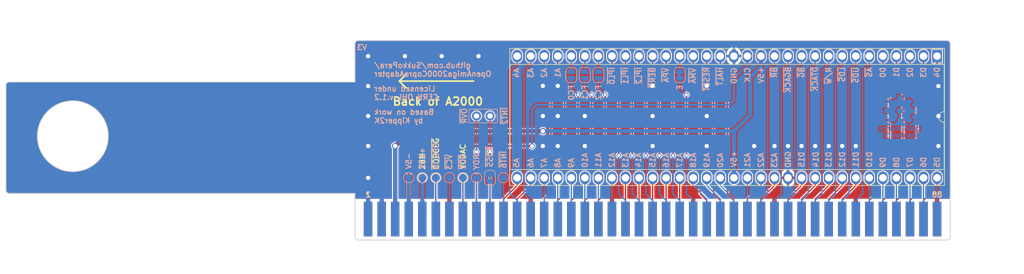
<source format=kicad_pcb>
(kicad_pcb (version 20241229) (generator "pcbnew") (generator_version "9.0")
  (title_block (title "OpenAmiga2000CoproAdapter") (date "2019-03-21") (rev "3") (company "SukkoPera") (comment 1 "Based on work by Kipper2K") (comment 2 "Licensed under CERN OHL v.1.2"))
  (layers (0 "F.Cu" signal) (2 "B.Cu" signal) (5 "F.SilkS" user) (7 "B.SilkS" user) (1 "F.Mask" user) (3 "B.Mask" user) (25 "Edge.Cuts" user))
  (net 0 "")
  (net 1 "GND")
  (net 2 "+5V")
  (net 3 "/v7m")
  (net 4 "Net-(CN1-Pad17)")
  (net 5 "Net-(CN1-Pad19)")
  (net 6 "/a5")
  (net 7 "/a6")
  (net 8 "/a4")
  (net 9 "/a3")
  (net 10 "/a2")
  (net 11 "/a7")
  (net 12 "/a1")
  (net 13 "/a8")
  (net 14 "/fc0")
  (net 15 "/a9")
  (net 16 "/fc1")
  (net 17 "/a10")
  (net 18 "/fc2")
  (net 19 "/a11")
  (net 20 "/a12")
  (net 21 "/a13")
  (net 22 "/~{ipl0}")
  (net 23 "/a14")
  (net 24 "/~{ipl1}")
  (net 25 "/a15")
  (net 26 "/~{ipl2}")
  (net 27 "/a16")
  (net 28 "/~{berr}")
  (net 29 "/a17")
  (net 30 "/~{vpa}")
  (net 31 "/e")
  (net 32 "/~{vma}")
  (net 33 "/a18")
  (net 34 "/~{rst}")
  (net 35 "/a19")
  (net 36 "/~{hlt}")
  (net 37 "/a20")
  (net 38 "/a22")
  (net 39 "/a21")
  (net 40 "/a23")
  (net 41 "/~{cbr}")
  (net 42 "/~{bgack}")
  (net 43 "/d15")
  (net 44 "/~{cbg}")
  (net 45 "/d14")
  (net 46 "/~{dtack}")
  (net 47 "/d13")
  (net 48 "/r_~{w}")
  (net 49 "/d12")
  (net 50 "/~{lds}")
  (net 51 "/d11")
  (net 52 "/~{uds}")
  (net 53 "/~{as}")
  (net 54 "/d0")
  (net 55 "/d10")
  (net 56 "/d1")
  (net 57 "/d9")
  (net 58 "/d2")
  (net 59 "/d8")
  (net 60 "/d3")
  (net 61 "/d7")
  (net 62 "/d4")
  (net 63 "/d6")
  (net 64 "/d5")
  (net 65 "Net-(P2-Pad2)")
  (net 66 "Net-(P3-Pad2)")
  (net 67 "Net-(P4-Pad2)")
  (net 68 "-5V")
  (net 69 "Net-(CN1-Pad9)")
  (net 70 "+12V")
  (net 71 "Net-(CN1-Pad11)")
  (net 72 "Net-(CN1-Pad12)")
  (net 73 "Net-(CN1-Pad14)")
  (net 74 "Net-(CN1-Pad15)")
  (net 75 "Net-(CN1-Pad16)")
  (net 76 "Net-(CN1-Pad18)")
  (net 77 "Net-(CN1-Pad20)")
  (net 78 "Net-(CN1-Pad22)")
  (net 79 "Net-(P1-Pad2)")
  (footprint "OpenAmiga2000CoproAdapter:A2000_COPRO_SLOT" (layer "F.Cu") (at 113.538 147.828)
    (property "Reference" "CN1" (hide yes))
    (property "Value" "A2000_COPRO_SLOT")
  )
  (footprint "OpenAmiga2000CoproAdapter:DIP-64_W22.86mm_Socket_LongPads" (layer "F.Cu") (at 199.898 112.141 -90)
    (property "Reference" "U1" (hide yes))
    (property "Value" "68000D")
  )
  (footprint "TestPoint:TestPoint_Pad_D1.5mm" (layer "F.Cu") (at 110.998 135.001)
    (property "Reference" "P9" (hide yes))
    (property "Value" "CONN_1")
  )
  (footprint "TestPoint:TestPoint_Pad_D1.5mm" (layer "F.Cu") (at 105.918 135.001)
    (property "Reference" "P8" (hide yes))
    (property "Value" "CONN_1")
  )
  (footprint "TestPoint:TestPoint_Pad_D1.5mm" (layer "F.Cu") (at 103.378 135.001)
    (property "Reference" "P7" (hide yes))
    (property "Value" "CONN_1")
  )
  (footprint "Jumper:SolderJumper-2_P1.3mm_Open_RoundedPad1.0x1.5mm" (layer "B.Cu") (at 136.398 115.697 90)
    (property "Reference" "P2" (hide yes))
    (property "Value" "CONN_2")
  )
  (footprint "Jumper:SolderJumper-2_P1.3mm_Open_RoundedPad1.0x1.5mm" (layer "B.Cu") (at 133.858 115.697 90)
    (property "Reference" "P3" (hide yes))
    (property "Value" "CONN_2")
  )
  (footprint "Jumper:SolderJumper-2_P1.3mm_Open_RoundedPad1.0x1.5mm" (layer "B.Cu") (at 131.318 115.697 90)
    (property "Reference" "P4" (hide yes))
    (property "Value" "CONN_2")
  )
  (footprint "Symbol:OSHW-Logo_7.5x8mm_Copper" (layer "B.Cu") (at 192.913 123.444 180)
    (property "Reference" "P6" (hide yes))
    (property "Value" "OSHW_LOGO" (hide yes))
  )
  (footprint "TestPoint:TestPoint_Pad_D1.5mm" (layer "B.Cu") (at 105.918 135.001)
    (property "Reference" "P10" (hide yes))
    (property "Value" "CONN_1")
  )
  (footprint "TestPoint:TestPoint_Pad_D1.5mm" (layer "B.Cu") (at 108.458 135.001)
    (property "Reference" "P11" (hide yes))
    (property "Value" "CONN_1")
  )
  (footprint "TestPoint:TestPoint_Pad_D1.5mm" (layer "B.Cu") (at 110.998 135.001)
    (property "Reference" "P12" (hide yes))
    (property "Value" "CONN_1")
  )
  (footprint "TestPoint:TestPoint_Pad_D1.5mm" (layer "B.Cu") (at 118.618 135.001)
    (property "Reference" "P14" (hide yes))
    (property "Value" "CONN_1")
  )
  (footprint "TestPoint:TestPoint_Pad_D1.5mm" (layer "B.Cu") (at 113.538 135.001)
    (property "Reference" "P13" (hide yes))
    (property "Value" "CONN_1")
  )
  (footprint "OpenAmiga2000CoproAdapter:PinHeader_1x02_P2.54mm_Vertical" (layer "B.Cu") (at 116.078 123.3805 90)
    (property "Reference" "P5" (hide yes))
    (property "Value" "CONN_2")
  )
  (footprint "TestPoint:TestPoint_Pad_D1.5mm" (layer "B.Cu") (at 100.843001 134.995999)
    (property "Reference" "P15" (hide yes))
    (property "Value" "CONN_1")
  )
  (footprint "TestPoint:TestPoint_Pad_D1.5mm" (layer "B.Cu") (at 103.393001 134.995999)
    (property "Reference" "P16" (hide yes))
    (property "Value" "CONN_1")
  )
  (footprint "Jumper:SolderJumper-2_P1.3mm_Bridged_RoundedPad1.0x1.5mm" (layer "B.Cu") (at 151.6507 115.697 90)
    (property "Reference" "P1" (hide yes))
    (property "Value" "CONN_2" (hide yes))
  )
  (footprint "Jumper:SolderJumper-2_P1.3mm_Open_RoundedPad1.0x1.5mm" (layer "B.Cu") (at 116.0653 134.986 90)
    (property "Reference" "P17" (hide yes))
    (property "Value" "CONN_2" (hide yes))
  )
  (gr_rect (start 25.7415 117.435) (end 91.2415 137.435) (stroke (width 0.3)) (fill no) (layer "F.Cu"))
  (gr_line (start 113.03 116.84) (end 99.06 116.84) (stroke (width 0.3)) (layer "F.SilkS"))
  (gr_line (start 99.06 116.84) (end 100.33 118.11) (stroke (width 0.3)) (layer "F.SilkS"))
  (gr_line (start 99.06 116.84) (end 100.33 115.57) (stroke (width 0.3)) (layer "F.SilkS"))
  (gr_line (start 90.7415 137.935) (end 90.7415 146.05) (stroke (width 0.15)) (layer "Edge.Cuts"))
  (gr_arc (start 25.305513 117.634013) (mid 25.4915 117.185) (end 25.940513 116.999013) (stroke (width 0.15)) (layer "Edge.Cuts"))
  (gr_line (start 202.3745 146.05) (end 202.3745 109.855) (stroke (width 0.15)) (layer "Edge.Cuts"))
  (gr_line (start 25.940513 116.999014) (end 90.7415 116.999014) (stroke (width 0.15)) (layer "Edge.Cuts"))
  (gr_arc (start 202.3745 146.05) (mid 202.188513 146.499013) (end 201.7395 146.685) (stroke (width 0.15)) (layer "Edge.Cuts"))
  (gr_line (start 90.7415 109.855) (end 90.7415 116.999014) (stroke (width 0.15)) (layer "Edge.Cuts"))
  (gr_line (start 25.9915 137.935) (end 90.7415 137.935) (stroke (width 0.15)) (layer "Edge.Cuts"))
  (gr_arc (start 201.7395 109.22) (mid 202.188513 109.405987) (end 202.3745 109.855) (stroke (width 0.15)) (layer "Edge.Cuts"))
  (gr_arc (start 25.940513 137.935) (mid 25.4915 137.749013) (end 25.305513 137.3) (stroke (width 0.15)) (layer "Edge.Cuts"))
  (gr_arc (start 31.2215 127.185) (mid 44.4915 127.185) (end 31.2215 127.185) (stroke (width 0.15)) (layer "Edge.Cuts"))
  (gr_line (start 91.3765 146.685) (end 201.7395 146.685) (stroke (width 0.15)) (layer "Edge.Cuts"))
  (gr_line (start 201.7395 109.22) (end 91.3765 109.22) (stroke (width 0.15)) (layer "Edge.Cuts"))
  (gr_arc (start 90.7415 109.855) (mid 90.927487 109.405987) (end 91.3765 109.22) (stroke (width 0.15)) (layer "Edge.Cuts"))
  (gr_arc (start 91.3765 146.685) (mid 90.927487 146.499013) (end 90.7415 146.05) (stroke (width 0.15)) (layer "Edge.Cuts"))
  (gr_line (start 25.305514 117.634013) (end 25.3055 137.3) (stroke (width 0.15)) (layer "Edge.Cuts"))
  (gr_text "28M" (at 103.378 131.8895 90) (layer "F.SilkS") (effects (font (size 1 1) (thickness 0.2))))
  (gr_text "~{COPCFG}" (at 105.9815 130.4925 90) (layer "F.SilkS") (effects (font (size 1 1) (thickness 0.2))))
  (gr_text "VCDAC" (at 110.998 131.0005 90) (layer "F.SilkS") (effects (font (size 1 1) (thickness 0.2))))
  (gr_text "Back of A2000" (at 106.299 120.65 0) (layer "F.SilkS") (effects (font (size 1.5 1.5) (thickness 0.3))))
  (gr_text "A3" (at 123.698 115.316 90) (layer "B.SilkS") (effects (font (size 1 1) (thickness 0.2)) (justify mirror)))
  (gr_text "A2" (at 126.238 115.316 90) (layer "B.SilkS") (effects (font (size 1 1) (thickness 0.2)) (justify mirror)))
  (gr_text "A1" (at 128.778 115.316 90) (layer "B.SilkS") (effects (font (size 1 1) (thickness 0.2)) (justify mirror)))
  (gr_text "FC0" (at 131.318 118.999 90) (layer "B.SilkS") (effects (font (size 1 1) (thickness 0.2)) (justify mirror)))
  (gr_text "FC1" (at 133.858 118.999 90) (layer "B.SilkS") (effects (font (size 1 1) (thickness 0.2)) (justify mirror)))
  (gr_text "FC2" (at 136.398 118.999 90) (layer "B.SilkS") (effects (font (size 1 1) (thickness 0.2)) (justify mirror)))
  (gr_text "~{IPL0}" (at 138.938 115.824 90) (layer "B.SilkS") (effects (font (size 1 1) (thickness 0.2)) (justify mirror)))
  (gr_text "~{IPL1}" (at 141.478 115.824 90) (layer "B.SilkS") (effects (font (size 1 1) (thickness 0.2)) (justify mirror)))
  (gr_text "~{IPL2}" (at 144.018 115.824 90) (layer "B.SilkS") (effects (font (size 1 1) (thickness 0.2)) (justify mirror)))
  (gr_text "~{BERR}" (at 146.558 116.205 90) (layer "B.SilkS") (effects (font (size 1 1) (thickness 0.2)) (justify mirror)))
  (gr_text "~{VPA}" (at 149.098 115.697 90) (layer "B.SilkS") (effects (font (size 1 1) (thickness 0.2)) (justify mirror)))
  (gr_text "E" (at 151.6253 118.0592 90) (layer "B.SilkS") (effects (font (size 1 1) (thickness 0.2)) (justify mirror)))
  (gr_text "~{VMA}" (at 154.178 115.824 90) (layer "B.SilkS") (effects (font (size 1 1) (thickness 0.2)) (justify mirror)))
  (gr_text "~{RESET}" (at 156.718 116.459 90) (layer "B.SilkS") (effects (font (size 1 1) (thickness 0.2)) (justify mirror)))
  (gr_text "~{HALT}" (at 159.258 115.951 90) (layer "B.SilkS") (effects (font (size 1 1) (thickness 0.2)) (justify mirror)))
  (gr_text "GND" (at 161.798 115.824 90) (layer "B.SilkS") (effects (font (size 1 1) (thickness 0.2)) (justify mirror)))
  (gr_text "CLK" (at 164.338 115.697 90) (layer "B.SilkS") (effects (font (size 1 1) (thickness 0.2)) (justify mirror)))
  (gr_text "+5V" (at 166.878 115.697 90) (layer "B.SilkS") (effects (font (size 1 1) (thickness 0.2)) (justify mirror)))
  (gr_text "~{BR}" (at 169.418 115.189 90) (layer "B.SilkS") (effects (font (size 1 1) (thickness 0.2)) (justify mirror)))
  (gr_text "~{BGACK}" (at 171.958 116.586 90) (layer "B.SilkS") (effects (font (size 1 1) (thickness 0.2)) (justify mirror)))
  (gr_text "~{BG}" (at 174.498 115.189 90) (layer "B.SilkS") (effects (font (size 1 1) (thickness 0.2)) (justify mirror)))
  (gr_text "~{DTACK}" (at 177.038 116.459 90) (layer "B.SilkS") (effects (font (size 1 1) (thickness 0.2)) (justify mirror)))
  (gr_text "R/~{W}" (at 179.578 115.824 90) (layer "B.SilkS") (effects (font (size 1 1) (thickness 0.2)) (justify mirror)))
  (gr_text "~{LDS}" (at 182.118 115.57 90) (layer "B.SilkS") (effects (font (size 1 1) (thickness 0.2)) (justify mirror)))
  (gr_text "~{UDS}" (at 184.658 115.697 90) (layer "B.SilkS") (effects (font (size 1 1) (thickness 0.2)) (justify mirror)))
  (gr_text "~{AS}" (at 187.198 115.189 90) (layer "B.SilkS") (effects (font (size 1 1) (thickness 0.2)) (justify mirror)))
  (gr_text "D0" (at 189.738 115.189 90) (layer "B.SilkS") (effects (font (size 1 1) (thickness 0.2)) (justify mirror)))
  (gr_text "D1" (at 192.278 115.189 90) (layer "B.SilkS") (effects (font (size 1 1) (thickness 0.2)) (justify mirror)))
  (gr_text "D2" (at 194.818 115.189 90) (layer "B.SilkS") (effects (font (size 1 1) (thickness 0.2)) (justify mirror)))
  (gr_text "D3" (at 197.358 115.189 90) (layer "B.SilkS") (effects (font (size 1 1) (thickness 0.2)) (justify mirror)))
  (gr_text "D4" (at 199.898 115.189 90) (layer "B.SilkS") (effects (font (size 1 1) (thickness 0.2)) (justify mirror)))
  (gr_text "D13" (at 179.578 131.572 90) (layer "B.SilkS") (effects (font (size 1 1) (thickness 0.2)) (justify mirror)))
  (gr_text "D7" (at 194.818 132.08 90) (layer "B.SilkS") (effects (font (size 1 1) (thickness 0.2)) (justify mirror)))
  (gr_text "D5" (at 199.898 132.08 90) (layer "B.SilkS") (effects (font (size 1 1) (thickness 0.2)) (justify mirror)))
  (gr_text "D9" (at 189.738 132.08 90) (layer "B.SilkS") (effects (font (size 1 1) (thickness 0.2)) (justify mirror)))
  (gr_text "A23" (at 169.418 131.699 90) (layer "B.SilkS") (effects (font (size 1 1) (thickness 0.2)) (justify mirror)))
  (gr_text "D14" (at 177.165 131.572 90) (layer "B.SilkS") (effects (font (size 1 1) (thickness 0.2)) (justify mirror)))
  (gr_text "A22" (at 166.878 131.699 90) (layer "B.SilkS") (effects (font (size 1 1) (thickness 0.2)) (justify mirror)))
  (gr_text "A14" (at 143.891 131.699 90) (layer "B.SilkS") (effects (font (size 1 1) (thickness 0.2)) (justify mirror)))
  (gr_text "GND" (at 171.958 131.572 90) (layer "B.SilkS") (effects (font (size 1 1) (thickness 0.2)) (justify mirror)))
  (gr_text "A17" (at 151.638 131.699 90) (layer "B.SilkS") (effects (font (size 1 1) (thickness 0.2)) (justify mirror)))
  (gr_text "A15" (at 146.558 131.699 90) (layer "B.SilkS") (effects (font (size 1 1) (thickness 0.2)) (justify mirror)))
  (gr_text "D12" (at 182.118 131.572 90) (layer "B.SilkS") (effects (font (size 1 1) (thickness 0.2)) (justify mirror)))
  (gr_text "D8" (at 192.278 132.08 90) (layer "B.SilkS") (effects (font (size 1 1) (thickness 0.2)) (justify mirror)))
  (gr_text "D6" (at 197.358 132.08 90) (layer "B.SilkS") (effects (font (size 1 1) (thickness 0.2)) (justify mirror)))
  (gr_text "A18" (at 154.178 131.699 90) (layer "B.SilkS") (effects (font (size 1 1) (thickness 0.2)) (justify mirror)))
  (gr_text "A19" (at 156.718 131.699 90) (layer "B.SilkS") (effects (font (size 1 1) (thickness 0.2)) (justify mirror)))
  (gr_text "D15" (at 174.498 131.572 90) (layer "B.SilkS") (effects (font (size 1 1) (thickness 0.2)) (justify mirror)))
  (gr_text "A5" (at 121.031 132.207 90) (layer "B.SilkS") (effects (font (size 1 1) (thickness 0.2)) (justify mirror)))
  (gr_text "A8" (at 128.778 132.207 90) (layer "B.SilkS") (effects (font (size 1 1) (thickness 0.2)) (justify mirror)))
  (gr_text "A6" (at 123.698 132.207 90) (layer "B.SilkS") (effects (font (size 1 1) (thickness 0.2)) (justify mirror)))
  (gr_text "A7" (at 126.238 132.207 90) (layer "B.SilkS") (effects (font (size 1 1) (thickness 0.2)) (justify mirror)))
  (gr_text "D10" (at 187.198 131.572 90) (layer "B.SilkS") (effects (font (size 1 1) (thickness 0.2)) (justify mirror)))
  (gr_text "A21" (at 164.338 131.699 90) (layer "B.SilkS") (effects (font (size 1 1) (thickness 0.2)) (justify mirror)))
  (gr_text "A13" (at 141.478 131.699 90) (layer "B.SilkS") (effects (font (size 1 1) (thickness 0.2)) (justify mirror)))
  (gr_text "+5V" (at 161.798 131.445 90) (layer "B.SilkS") (effects (font (size 1 1) (thickness 0.2)) (justify mirror)))
  (gr_text "D11" (at 184.658 131.572 90) (layer "B.SilkS") (effects (font (size 1 1) (thickness 0.2)) (justify mirror)))
  (gr_text "A16" (at 149.098 131.699 90) (layer "B.SilkS") (effects (font (size 1 1) (thickness 0.2)) (justify mirror)))
  (gr_text "A20" (at 159.258 131.699 90) (layer "B.SilkS") (effects (font (size 1 1) (thickness 0.2)) (justify mirror)))
  (gr_text "A12" (at 138.938 131.699 90) (layer "B.SilkS") (effects (font (size 1 1) (thickness 0.2)) (justify mirror)))
  (gr_text "A11" (at 136.398 131.699 90) (layer "B.SilkS") (effects (font (size 1 1) (thickness 0.2)) (justify mirror)))
  (gr_text "A10" (at 133.858 131.699 90) (layer "B.SilkS") (effects (font (size 1 1) (thickness 0.2)) (justify mirror)))
  (gr_text "A9" (at 131.318 132.207 90) (layer "B.SilkS") (effects (font (size 1 1) (thickness 0.2)) (justify mirror)))
  (gr_text "~{INT6}" (at 118.618 131.572 90) (layer "B.SilkS") (effects (font (size 1 1) (thickness 0.2)) (justify mirror)))
  (gr_text "XRDY" (at 113.538 131.572 90) (layer "B.SilkS") (effects (font (size 1 1) (thickness 0.2)) (justify mirror)))
  (gr_text "~{VC1}" (at 110.998 132.0165 90) (layer "B.SilkS") (effects (font (size 1 1) (thickness 0.2)) (justify mirror)))
  (gr_text "~{VC3}" (at 108.458 132.0165 90) (layer "B.SilkS") (effects (font (size 1 1) (thickness 0.2)) (justify mirror)))
  (gr_text "~{CFG_IN}" (at 105.9815 130.937 90) (layer "B.SilkS") (effects (font (size 1 1) (thickness 0.2)) (justify mirror)))
  (gr_text "+12V" (at 103.378 131.318 90) (layer "B.SilkS") (effects (font (size 1 1) (thickness 0.2)) (justify mirror)))
  (gr_text "-5V" (at 100.838 131.826 90) (layer "B.SilkS") (effects (font (size 1 1) (thickness 0.2)) (justify mirror)))
  (gr_text "~{BOSS}" (at 116.078 131.0386 90) (layer "B.SilkS") (effects (font (size 1 1) (thickness 0.2)) (justify mirror)))
  (gr_text "github.com/SukkoPera/\nOpenAmiga2000CoproAdapter" (at 94.234 114.681 0) (layer "B.SilkS") (effects (font (size 1 1) (thickness 0.2)) (justify right mirror)))
  (gr_text "Licensed under\nCERN OHL v.1.2" (at 94.234 119.0625 0) (layer "B.SilkS") (effects (font (size 1 1) (thickness 0.2)) (justify right mirror)))
  (gr_text "Based on work\nby Kipper2K" (at 94.234 123.444 0) (layer "B.SilkS") (effects (font (size 1 1) (thickness 0.2)) (justify right mirror)))
  (gr_text "~{OVR}" (at 111.252 123.3805 90) (layer "B.SilkS") (effects (font (size 1 1) (thickness 0.2)) (justify mirror)))
  (gr_text "V3" (at 92.075 110.49 0) (layer "B.SilkS") (effects (font (size 1 1) (thickness 0.2)) (justify mirror)))
  (gr_text "A4" (at 121.031 115.316 90) (layer "B.SilkS") (effects (font (size 1 1) (thickness 0.2)) (justify mirror)))
  (gr_text "~{INT2}" (at 118.872 123.3805 90) (layer "B.SilkS") (effects (font (size 1 1) (thickness 0.2)) (justify mirror)))
  (segment (start 199.898 138.698) (end 199.898 138.176) (width 0.8) (layer "F.Cu") (net 1))
  (segment (start 123.698 142.748) (end 123.698 138.176) (width 0.8) (layer "F.Cu") (net 1))
  (segment (start 199.898 142.748) (end 199.898 138.176) (width 0.8) (layer "F.Cu") (net 1))
  (segment (start 169.418 142.748) (end 169.418 138.176) (width 0.8) (layer "F.Cu") (net 1))
  (segment (start 154.178 142.748) (end 154.178 138.176) (width 0.8) (layer "F.Cu") (net 1))
  (segment (start 95.504 137.16) (end 93.726 137.16) (width 0.8) (layer "F.Cu") (net 1))
  (segment (start 184.658 138.698) (end 184.658 138.176) (width 0.8) (layer "F.Cu") (net 1))
  (segment (start 93.218 142.748) (end 93.218 138.698) (width 0.8) (layer "F.Cu") (net 1))
  (segment (start 138.938 142.748) (end 138.938 138.176) (width 0.8) (layer "F.Cu") (net 1))
  (segment (start 95.758 137.414) (end 95.504 137.16) (width 0.8) (layer "F.Cu") (net 1))
  (segment (start 184.658 142.748) (end 184.658 138.176) (width 0.8) (layer "F.Cu") (net 1))
  (segment (start 93.218 137.668) (end 93.726 137.16) (width 0.8) (layer "F.Cu") (net 1))
  (segment (start 123.698 138.698) (end 123.698 138.176) (width 0.8) (layer "F.Cu") (net 1))
  (segment (start 93.218 138.698) (end 93.218 137.668) (width 0.8) (layer "F.Cu") (net 1))
  (segment (start 95.758 142.748) (end 95.758 137.414) (width 0.8) (layer "F.Cu") (net 1))
  (segment (start 169.418 138.698) (end 169.418 138.176) (width 0.8) (layer "F.Cu") (net 1))
  (segment (start 108.458 142.748) (end 108.458 138.176) (width 0.8) (layer "F.Cu") (net 1))
  (via (at 93.218 117.771333) (size 1.2) (drill 0.8) (layers "F.Cu" "B.Cu") (net 1))
  (via (at 93.218 129.032) (size 1.2) (drill 0.8) (layers "F.Cu" "B.Cu") (net 1))
  (via (at 93.218 123.401666) (size 1.2) (drill 0.8) (layers "F.Cu" "B.Cu") (net 1))
  (via (at 182.118 129.032) (size 1.2) (drill 0.8) (layers "F.Cu" "B.Cu") (net 1))
  (via (at 179.578 129.032) (size 1.2) (drill 0.8) (layers "F.Cu" "B.Cu") (net 1))
  (via (at 177.038 129.032) (size 1.2) (drill 0.8) (layers "F.Cu" "B.Cu") (net 1))
  (via (at 174.498 129.032) (size 1.2) (drill 0.8) (layers "F.Cu" "B.Cu") (net 1))
  (via (at 171.958 129.032) (size 1.2) (drill 0.8) (layers "F.Cu" "B.Cu") (net 1))
  (via (at 169.418 129.032) (size 1.2) (drill 0.8) (layers "F.Cu" "B.Cu") (net 1))
  (via (at 165.608 129.032) (size 1.2) (drill 0.8) (layers "F.Cu" "B.Cu") (net 1))
  (via (at 156.718 129.032) (size 1.2) (drill 0.8) (layers "F.Cu" "B.Cu") (net 1))
  (via (at 146.558 129.032) (size 1.2) (drill 0.8) (layers "F.Cu" "B.Cu") (net 1))
  (via (at 133.858 129.032) (size 1.2) (drill 0.8) (layers "F.Cu" "B.Cu") (net 1))
  (via (at 128.778 129.032) (size 1.2) (drill 0.8) (layers "F.Cu" "B.Cu") (net 1))
  (via (at 125.984 129.032) (size 1.2) (drill 0.8) (layers "F.Cu" "B.Cu") (net 1))
  (via (at 113.919 112.141) (size 1.2) (drill 0.8) (layers "F.Cu" "B.Cu") (net 1))
  (via (at 107.018666 112.141) (size 1.2) (drill 0.8) (layers "F.Cu" "B.Cu") (net 1))
  (via (at 100.118333 112.141) (size 1.2) (drill 0.8) (layers "F.Cu" "B.Cu") (net 1))
  (via (at 93.218 112.141) (size 1.2) (drill 0.8) (layers "F.Cu" "B.Cu") (net 1))
  (via (at 156.718 123.401666) (size 1.2) (drill 0.8) (layers "F.Cu" "B.Cu") (net 1))
  (via (at 125.984 123.401666) (size 1.2) (drill 0.8) (layers "F.Cu" "B.Cu") (net 1))
  (via (at 133.858 123.401666) (size 1.2) (drill 0.8) (layers "F.Cu" "B.Cu") (net 1))
  (via (at 146.558 123.401666) (size 1.2) (drill 0.8) (layers "F.Cu" "B.Cu") (net 1))
  (via (at 128.778 123.401666) (size 1.2) (drill 0.8) (layers "F.Cu" "B.Cu") (net 1))
  (via (at 156.718 117.729) (size 1.2) (drill 0.8) (layers "F.Cu" "B.Cu") (net 1))
  (via (at 125.984 117.729) (size 1.2) (drill 0.8) (layers "F.Cu" "B.Cu") (net 1))
  (via (at 146.558 117.729) (size 1.2) (drill 0.8) (layers "F.Cu" "B.Cu") (net 1))
  (via (at 128.778 117.729) (size 1.2) (drill 0.8) (layers "F.Cu" "B.Cu") (net 1))
  (via (at 93.218 135.001) (size 1.2) (drill 0.8) (layers "F.Cu" "B.Cu") (net 1))
  (via (at 200.152 117.771333) (size 1.2) (drill 0.8) (layers "F.Cu" "B.Cu") (net 1))
  (via (at 200.152 123.401666) (size 1.2) (drill 0.8) (layers "F.Cu" "B.Cu") (net 1))
  (via (at 200.152 129.032) (size 1.2) (drill 0.8) (layers "F.Cu" "B.Cu") (net 1))
  (via (at 184.658 129.032) (size 1.2) (drill 0.8) (layers "F.Cu" "B.Cu") (net 1))
  (segment (start 95.758 142.748) (end 95.758 137.668) (width 0.8) (layer "B.Cu") (net 1))
  (segment (start 95.758 137.668) (end 95.25 137.16) (width 0.8) (layer "B.Cu") (net 1))
  (segment (start 93.218 142.748) (end 93.218 137.922) (width 0.8) (layer "B.Cu") (net 1))
  (segment (start 95.25 137.16) (end 93.98 137.16) (width 0.8) (layer "B.Cu") (net 1))
  (segment (start 93.218 137.922) (end 93.98 137.16) (width 0.8) (layer "B.Cu") (net 1))
  (segment (start 98.298 129.794) (end 98.298 129.032) (width 0.8) (layer "F.Cu") (net 2))
  (segment (start 101.092 126.238) (end 98.298 129.032) (width 0.8) (layer "F.Cu") (net 2))
  (segment (start 101.092 126.238) (end 125.984 126.238) (width 0.8) (layer "F.Cu") (net 2))
  (segment (start 98.298 142.748) (end 98.298 129.794) (width 0.8) (layer "F.Cu") (net 2))
  (via (at 98.298 129.032) (size 1.2) (drill 0.8) (layers "F.Cu" "B.Cu") (net 2))
  (via (at 125.984 126.238) (size 1.2) (drill 0.8) (layers "F.Cu" "B.Cu") (net 2))
  (segment (start 161.798 135.001) (end 161.798 127) (width 0.8) (layer "B.Cu") (net 2))
  (segment (start 125.984 126.238) (end 161.798 126.238) (width 0.8) (layer "B.Cu") (net 2))
  (segment (start 166.878 114.141) (end 166.878 112.141) (width 0.8) (layer "B.Cu") (net 2))
  (segment (start 164.846 123.19) (end 164.846 116.173) (width 0.8) (layer "B.Cu") (net 2))
  (segment (start 161.798 126.238) (end 164.846 123.19) (width 0.8) (layer "B.Cu") (net 2))
  (segment (start 164.846 116.173) (end 166.878 114.141) (width 0.8) (layer "B.Cu") (net 2))
  (segment (start 98.298 142.748) (end 98.298 129.794) (width 0.8) (layer "B.Cu") (net 2))
  (segment (start 161.798 127) (end 161.798 126.238) (width 0.8) (layer "B.Cu") (net 2))
  (segment (start 98.298 129.794) (end 98.298 129.032) (width 0.8) (layer "B.Cu") (net 2))
  (segment (start 101.854 129.032) (end 123.952 129.032) (width 0.5) (layer "F.Cu") (net 3))
  (segment (start 100.838 130.048) (end 101.854 129.032) (width 0.5) (layer "F.Cu") (net 3))
  (segment (start 100.838 142.748) (end 100.838 130.048) (width 0.5) (layer "F.Cu") (net 3))
  (via (at 123.952 129.032) (size 1) (drill 0.7) (layers "F.Cu" "B.Cu") (net 3))
  (segment (start 161.798 116.381) (end 164.338 113.841) (width 0.5) (layer "B.Cu") (net 3))
  (segment (start 160.909 121.285) (end 161.798 120.396) (width 0.5) (layer "B.Cu") (net 3))
  (segment (start 161.798 120.396) (end 161.798 116.381) (width 0.5) (layer "B.Cu") (net 3))
  (segment (start 123.952 125.73) (end 123.952 125.984) (width 0.5) (layer "B.Cu") (net 3))
  (segment (start 123.952 125.984) (end 123.952 129.032) (width 0.5) (layer "B.Cu") (net 3))
  (segment (start 123.952 122.174) (end 124.841 121.285) (width 0.5) (layer "B.Cu") (net 3))
  (segment (start 164.338 113.841) (end 164.338 112.141) (width 0.5) (layer "B.Cu") (net 3))
  (segment (start 124.841 121.285) (end 160.909 121.285) (width 0.5) (layer "B.Cu") (net 3))
  (segment (start 123.952 125.984) (end 123.952 122.174) (width 0.5) (layer "B.Cu") (net 3))
  (segment (start 113.538 142.748) (end 113.538 132.0165) (width 0.25) (layer "F.Cu") (net 4))
  (segment (start 113.538 132.0165) (end 113.538 130.1115) (width 0.25) (layer "F.Cu") (net 4))
  (via (at 113.538 130.1115) (size 0.8) (drill 0.5) (layers "F.Cu" "B.Cu") (net 4))
  (segment (start 113.538 130.1115) (end 113.538 123.3805) (width 0.25) (layer "B.Cu") (net 4))
  (segment (start 116.078 132.0165) (end 116.078 130.1115) (width 0.25) (layer "F.Cu") (net 5))
  (segment (start 116.078 142.748) (end 116.078 132.0165) (width 0.25) (layer "F.Cu") (net 5))
  (via (at 116.078 130.1115) (size 0.8) (drill 0.5) (layers "F.Cu" "B.Cu") (net 5))
  (segment (start 116.078 123.3805) (end 116.078 130.1115) (width 0.25) (layer "B.Cu") (net 5))
  (segment (start 118.618 138.991) (end 118.618 139.248) (width 0.25) (layer "F.Cu") (net 6))
  (segment (start 121.158 136.451) (end 118.618 138.991) (width 0.25) (layer "F.Cu") (net 6))
  (segment (start 121.158 135.001) (end 121.158 136.451) (width 0.25) (layer "F.Cu") (net 6))
  (segment (start 118.618 139.248) (end 118.618 142.748) (width 0.25) (layer "F.Cu") (net 6))
  (segment (start 123.698 136.451) (end 121.158 138.991) (width 0.25) (layer "F.Cu") (net 7))
  (segment (start 123.698 135.001) (end 123.698 136.451) (width 0.25) (layer "F.Cu") (net 7))
  (segment (start 121.158 138.991) (end 121.158 139.248) (width 0.25) (layer "F.Cu") (net 7))
  (segment (start 121.158 139.248) (end 121.158 142.748) (width 0.25) (layer "F.Cu") (net 7))
  (segment (start 121.158 112.141) (end 121.158 113.591) (width 0.25) (layer "B.Cu") (net 8))
  (segment (start 119.761 137.851) (end 121.158 139.248) (width 0.25) (layer "B.Cu") (net 8))
  (segment (start 119.761 114.988) (end 119.761 137.851) (width 0.25) (layer "B.Cu") (net 8))
  (segment (start 121.158 113.591) (end 119.761 114.988) (width 0.25) (layer "B.Cu") (net 8))
  (segment (start 121.158 139.248) (end 121.158 142.748) (width 0.25) (layer "B.Cu") (net 8))
  (segment (start 123.698 139.248) (end 123.698 142.748) (width 0.25) (layer "B.Cu") (net 9))
  (segment (start 122.428 114.861) (end 122.428 137.978) (width 0.25) (layer "B.Cu") (net 9))
  (segment (start 122.428 137.978) (end 123.698 139.248) (width 0.25) (layer "B.Cu") (net 9))
  (segment (start 123.698 112.141) (end 123.698 113.591) (width 0.25) (layer "B.Cu") (net 9))
  (segment (start 123.698 113.591) (end 122.428 114.861) (width 0.25) (layer "B.Cu") (net 9))
  (segment (start 126.238 138.938) (end 126.238 142.748) (width 0.25) (layer "F.Cu") (net 10))
  (segment (start 126.238 113.591) (end 127.508 114.861) (width 0.25) (layer "F.Cu") (net 10))
  (segment (start 126.238 112.141) (end 126.238 113.591) (width 0.25) (layer "F.Cu") (net 10))
  (segment (start 127.508 114.861) (end 127.508 137.668) (width 0.25) (layer "F.Cu") (net 10))
  (segment (start 127.508 137.668) (end 126.238 138.938) (width 0.25) (layer "F.Cu") (net 10))
  (segment (start 126.238 139.248) (end 126.238 135.001) (width 0.25) (layer "B.Cu") (net 11))
  (segment (start 126.238 142.748) (end 126.238 139.248) (width 0.25) (layer "B.Cu") (net 11))
  (segment (start 128.778 139.248) (end 128.778 142.748) (width 0.25) (layer "F.Cu") (net 12))
  (segment (start 128.778 113.591) (end 130.048 114.861) (width 0.25) (layer "F.Cu") (net 12))
  (segment (start 130.048 137.978) (end 128.778 139.248) (width 0.25) (layer "F.Cu") (net 12))
  (segment (start 128.778 112.141) (end 128.778 113.591) (width 0.25) (layer "F.Cu") (net 12))
  (segment (start 130.048 114.861) (end 130.048 137.978) (width 0.25) (layer "F.Cu") (net 12))
  (segment (start 128.778 142.748) (end 128.778 135.001) (width 0.25) (layer "B.Cu") (net 13))
  (segment (start 131.318 142.748) (end 131.318 139.248) (width 0.25) (layer "F.Cu") (net 14))
  (segment (start 131.318 139.248) (end 132.588 137.978) (width 0.25) (layer "F.Cu") (net 14))
  (segment (start 132.588 137.978) (end 132.588 119.945685) (width 0.25) (layer "F.Cu") (net 14))
  (segment (start 132.588 119.945685) (end 132.588 119.38) (width 0.25) (layer "F.Cu") (net 14))
  (via (at 132.588 119.38) (size 0.8) (drill 0.5) (layers "F.Cu" "B.Cu") (net 14))
  (segment (start 131.318 116.347) (end 131.318 117.221) (width 0.25) (layer "B.Cu") (net 14))
  (segment (start 131.318 118.11) (end 132.588 119.38) (width 0.25) (layer "B.Cu") (net 14))
  (segment (start 131.318 117.221) (end 131.318 118.11) (width 0.25) (layer "B.Cu") (net 14))
  (segment (start 131.318 116.982) (end 131.318 117.221) (width 0.25) (layer "B.Cu") (net 14))
  (segment (start 131.318 142.748) (end 131.318 135.001) (width 0.25) (layer "B.Cu") (net 15))
  (segment (start 135.128 119.945685) (end 135.128 119.38) (width 0.25) (layer "F.Cu") (net 16))
  (segment (start 135.128 137.978) (end 135.128 119.945685) (width 0.25) (layer "F.Cu") (net 16))
  (segment (start 133.858 142.748) (end 133.858 139.248) (width 0.25) (layer "F.Cu") (net 16))
  (segment (start 133.858 139.248) (end 135.128 137.978) (width 0.25) (layer "F.Cu") (net 16))
  (via (at 135.128 119.38) (size 0.8) (drill 0.5) (layers "F.Cu" "B.Cu") (net 16))
  (segment (start 133.858 116.982) (end 133.858 117.348) (width 0.25) (layer "B.Cu") (net 16))
  (segment (start 133.858 118.11) (end 135.128 119.38) (width 0.25) (layer "B.Cu") (net 16))
  (segment (start 133.858 117.348) (end 133.858 118.11) (width 0.25) (layer "B.Cu") (net 16))
  (segment (start 133.858 116.347) (end 133.858 116.947) (width 0.25) (layer "B.Cu") (net 16))
  (segment (start 133.858 116.947) (end 133.858 117.348) (width 0.25) (layer "B.Cu") (net 16))
  (segment (start 133.858 142.748) (end 133.858 135.001) (width 0.25) (layer "B.Cu") (net 17))
  (segment (start 136.398 139.248) (end 137.668 137.978) (width 0.25) (layer "F.Cu") (net 18))
  (segment (start 136.398 142.748) (end 136.398 139.248) (width 0.25) (layer "F.Cu") (net 18))
  (segment (start 137.668 137.978) (end 137.668 119.945685) (width 0.25) (layer "F.Cu") (net 18))
  (segment (start 137.668 119.945685) (end 137.668 119.38) (width 0.25) (layer "F.Cu") (net 18))
  (via (at 137.668 119.38) (size 0.8) (drill 0.5) (layers "F.Cu" "B.Cu") (net 18))
  (segment (start 136.398 118.11) (end 137.668 119.38) (width 0.25) (layer "B.Cu") (net 18))
  (segment (start 136.398 116.982) (end 136.398 117.094) (width 0.25) (layer "B.Cu") (net 18))
  (segment (start 136.398 116.947) (end 136.398 117.094) (width 0.25) (layer "B.Cu") (net 18))
  (segment (start 136.398 116.347) (end 136.398 116.947) (width 0.25) (layer "B.Cu") (net 18))
  (segment (start 136.398 117.094) (end 136.398 118.11) (width 0.25) (layer "B.Cu") (net 18))
  (segment (start 136.398 142.748) (end 136.398 135.001) (width 0.25) (layer "B.Cu") (net 19))
  (segment (start 138.938 139.248) (end 138.938 135.001) (width 0.25) (layer "B.Cu") (net 20))
  (segment (start 138.938 142.748) (end 138.938 139.248) (width 0.25) (layer "B.Cu") (net 20))
  (segment (start 141.478 142.748) (end 141.478 135.001) (width 0.25) (layer "F.Cu") (net 21))
  (segment (start 138.938 113.591) (end 140.208 114.861) (width 0.25) (layer "F.Cu") (net 22))
  (segment (start 138.938 112.141) (end 138.938 113.591) (width 0.25) (layer "F.Cu") (net 22))
  (segment (start 140.208 114.861) (end 140.208 115.062) (width 0.25) (layer "F.Cu") (net 22))
  (segment (start 140.208 115.062) (end 140.208 130.81) (width 0.25) (layer "F.Cu") (net 22))
  (via (at 140.208 130.81) (size 0.8) (drill 0.5) (layers "F.Cu" "B.Cu") (net 22))
  (segment (start 141.478 142.748) (end 141.478 139.248) (width 0.25) (layer "B.Cu") (net 22))
  (segment (start 141.478 139.248) (end 140.208 137.978) (width 0.25) (layer "B.Cu") (net 22))
  (segment (start 140.208 137.978) (end 140.208 131.375685) (width 0.25) (layer "B.Cu") (net 22))
  (segment (start 140.208 131.375685) (end 140.208 130.81) (width 0.25) (layer "B.Cu") (net 22))
  (segment (start 144.018 142.748) (end 144.018 139.248) (width 0.25) (layer "F.Cu") (net 23))
  (segment (start 144.018 139.248) (end 144.018 135.001) (width 0.25) (layer "F.Cu") (net 23))
  (segment (start 142.748 114.861) (end 142.748 130.81) (width 0.25) (layer "F.Cu") (net 24))
  (segment (start 141.478 113.591) (end 142.748 114.861) (width 0.25) (layer "F.Cu") (net 24))
  (segment (start 141.478 112.141) (end 141.478 113.591) (width 0.25) (layer "F.Cu") (net 24))
  (via (at 142.748 130.81) (size 0.8) (drill 0.5) (layers "F.Cu" "B.Cu") (net 24))
  (segment (start 142.748 131.375685) (end 142.748 130.81) (width 0.25) (layer "B.Cu") (net 24))
  (segment (start 142.748 137.978) (end 142.748 131.375685) (width 0.25) (layer "B.Cu") (net 24))
  (segment (start 144.018 142.748) (end 144.018 139.248) (width 0.25) (layer "B.Cu") (net 24))
  (segment (start 144.018 139.248) (end 142.748 137.978) (width 0.25) (layer "B.Cu") (net 24))
  (segment (start 146.558 142.748) (end 146.558 139.248) (width 0.25) (layer "F.Cu") (net 25))
  (segment (start 146.558 139.248) (end 146.558 135.001) (width 0.25) (layer "F.Cu") (net 25))
  (segment (start 145.288 114.861) (end 144.018 113.591) (width 0.25) (layer "F.Cu") (net 26))
  (segment (start 144.018 113.591) (end 144.018 112.141) (width 0.25) (layer "F.Cu") (net 26))
  (segment (start 145.288 130.81) (end 145.288 114.861) (width 0.25) (layer "F.Cu") (net 26))
  (via (at 145.288 130.81) (size 0.8) (drill 0.5) (layers "F.Cu" "B.Cu") (net 26))
  (segment (start 146.558 139.248) (end 145.288 137.978) (width 0.25) (layer "B.Cu") (net 26))
  (segment (start 146.558 142.748) (end 146.558 139.248) (width 0.25) (layer "B.Cu") (net 26))
  (segment (start 145.288 137.978) (end 145.288 131.375685) (width 0.25) (layer "B.Cu") (net 26))
  (segment (start 145.288 131.375685) (end 145.288 130.81) (width 0.25) (layer "B.Cu") (net 26))
  (segment (start 149.098 142.748) (end 149.098 139.248) (width 0.25) (layer "F.Cu") (net 27))
  (segment (start 149.098 139.248) (end 149.098 135.001) (width 0.25) (layer "F.Cu") (net 27))
  (segment (start 146.558 113.591) (end 147.828 114.861) (width 0.25) (layer "F.Cu") (net 28))
  (segment (start 147.828 114.861) (end 147.828 130.81) (width 0.25) (layer "F.Cu") (net 28))
  (segment (start 146.558 112.141) (end 146.558 113.591) (width 0.25) (layer "F.Cu") (net 28))
  (via (at 147.828 130.81) (size 0.8) (drill 0.5) (layers "F.Cu" "B.Cu") (net 28))
  (segment (start 147.828 137.978) (end 147.828 131.375685) (width 0.25) (layer "B.Cu") (net 28))
  (segment (start 149.098 142.748) (end 149.098 139.248) (width 0.25) (layer "B.Cu") (net 28))
  (segment (start 149.098 139.248) (end 147.828 137.978) (width 0.25) (layer "B.Cu") (net 28))
  (segment (start 147.828 131.375685) (end 147.828 130.81) (width 0.25) (layer "B.Cu") (net 28))
  (segment (start 151.638 142.748) (end 151.638 135.001) (width 0.25) (layer "F.Cu") (net 29))
  (segment (start 149.098 112.141) (end 149.098 113.591) (width 0.25) (layer "F.Cu") (net 30))
  (segment (start 149.098 113.591) (end 150.368 114.861) (width 0.25) (layer "F.Cu") (net 30))
  (segment (start 150.368 114.861) (end 150.368 130.81) (width 0.25) (layer "F.Cu") (net 30))
  (via (at 150.368 130.81) (size 0.8) (drill 0.5) (layers "F.Cu" "B.Cu") (net 30))
  (segment (start 150.368 137.978) (end 150.368 131.375685) (width 0.25) (layer "B.Cu") (net 30))
  (segment (start 151.638 142.748) (end 151.638 139.248) (width 0.25) (layer "B.Cu") (net 30))
  (segment (start 151.638 139.248) (end 150.368 137.978) (width 0.25) (layer "B.Cu") (net 30))
  (segment (start 150.368 131.375685) (end 150.368 130.81) (width 0.25) (layer "B.Cu") (net 30))
  (segment (start 152.908 119.3927) (end 152.908 130.81) (width 0.25) (layer "F.Cu") (net 31))
  (via (at 152.908 130.81) (size 0.8) (drill 0.5) (layers "F.Cu" "B.Cu") (net 31))
  (via (at 152.908 119.3927) (size 0.8) (drill 0.5) (layers "F.Cu" "B.Cu") (net 31))
  (segment (start 154.178 142.748) (end 154.178 139.248) (width 0.25) (layer "B.Cu") (net 31))
  (segment (start 152.908 137.978) (end 152.908 131.375685) (width 0.25) (layer "B.Cu") (net 31))
  (segment (start 152.908 131.375685) (end 152.908 130.81) (width 0.25) (layer "B.Cu") (net 31))
  (segment (start 154.178 139.248) (end 152.908 137.978) (width 0.25) (layer "B.Cu") (net 31))
  (segment (start 151.6507 118.1354) (end 152.908 119.3927) (width 0.25) (layer "B.Cu") (net 31))
  (segment (start 151.6507 116.347) (end 151.6507 118.1354) (width 0.25) (layer "B.Cu") (net 31))
  (segment (start 156.718 142.748) (end 156.718 139.248) (width 0.25) (layer "F.Cu") (net 32))
  (segment (start 156.718 139.248) (end 155.49299 138.02299) (width 0.25) (layer "F.Cu") (net 32))
  (segment (start 154.178 113.591) (end 154.178 112.141) (width 0.25) (layer "F.Cu") (net 32))
  (segment (start 155.49299 138.02299) (end 155.49299 114.90599) (width 0.25) (layer "F.Cu") (net 32))
  (segment (start 155.49299 114.90599) (end 154.178 113.591) (width 0.25) (layer "F.Cu") (net 32))
  (segment (start 156.718 139.248) (end 156.718 142.748) (width 0.25) (layer "B.Cu") (net 33))
  (segment (start 154.178 135.001) (end 154.178 136.451) (width 0.25) (layer "B.Cu") (net 33))
  (segment (start 156.718 138.991) (end 156.718 139.248) (width 0.25) (layer "B.Cu") (net 33))
  (segment (start 154.178 136.451) (end 156.718 138.991) (width 0.25) (layer "B.Cu") (net 33))
  (segment (start 156.718 113.591) (end 156.718 112.141) (width 0.25) (layer "F.Cu") (net 34))
  (segment (start 157.988 137.978) (end 157.988 114.861) (width 0.25) (layer "F.Cu") (net 34))
  (segment (start 157.988 114.861) (end 156.718 113.591) (width 0.25) (layer "F.Cu") (net 34))
  (segment (start 159.258 139.248) (end 157.988 137.978) (width 0.25) (layer "F.Cu") (net 34))
  (segment (start 159.258 142.748) (end 159.258 139.248) (width 0.25) (layer "F.Cu") (net 34))
  (segment (start 159.258 139.248) (end 159.258 142.748) (width 0.25) (layer "B.Cu") (net 35))
  (segment (start 159.258 138.991) (end 159.258 139.248) (width 0.25) (layer "B.Cu") (net 35))
  (segment (start 156.718 135.001) (end 156.718 136.451) (width 0.25) (layer "B.Cu") (net 35))
  (segment (start 156.718 136.451) (end 159.258 138.991) (width 0.25) (layer "B.Cu") (net 35))
  (segment (start 159.258 113.591) (end 159.258 112.141) (width 0.25) (layer "F.Cu") (net 36))
  (segment (start 161.798 142.748) (end 161.798 139.248) (width 0.25) (layer "F.Cu") (net 36))
  (segment (start 161.798 139.248) (end 160.57299 138.02299) (width 0.25) (layer "F.Cu") (net 36))
  (segment (start 160.57299 114.90599) (end 159.258 113.591) (width 0.25) (layer "F.Cu") (net 36))
  (segment (start 160.57299 138.02299) (end 160.57299 114.90599) (width 0.25) (layer "F.Cu") (net 36))
  (segment (start 161.798 139.248) (end 161.798 142.748) (width 0.25) (layer "B.Cu") (net 37))
  (segment (start 161.798 138.991) (end 161.798 139.248) (width 0.25) (layer "B.Cu") (net 37))
  (segment (start 159.258 135.001) (end 159.258 136.451) (width 0.25) (layer "B.Cu") (net 37))
  (segment (start 159.258 136.451) (end 161.798 138.991) (width 0.25) (layer "B.Cu") (net 37))
  (segment (start 164.338 138.991) (end 164.338 139.248) (width 0.25) (layer "F.Cu") (net 38))
  (segment (start 164.338 139.248) (end 164.338 142.748) (width 0.25) (layer "F.Cu") (net 38))
  (segment (start 166.878 136.451) (end 164.338 138.991) (width 0.25) (layer "F.Cu") (net 38))
  (segment (start 166.878 135.001) (end 166.878 136.451) (width 0.25) (layer "F.Cu") (net 38))
  (segment (start 164.338 142.748) (end 164.338 135.001) (width 0.25) (layer "B.Cu") (net 39))
  (segment (start 169.418 135.001) (end 169.418 136.451) (width 0.25) (layer "F.Cu") (net 40))
  (segment (start 166.878 139.248) (end 166.878 142.748) (width 0.25) (layer "F.Cu") (net 40))
  (segment (start 166.878 138.991) (end 166.878 139.248) (width 0.25) (layer "F.Cu") (net 40))
  (segment (start 169.418 136.451) (end 166.878 138.991) (width 0.25) (layer "F.Cu") (net 40))
  (segment (start 168.148 114.861) (end 168.148 137.978) (width 0.25) (layer "B.Cu") (net 41))
  (segment (start 169.418 112.141) (end 169.418 113.591) (width 0.25) (layer "B.Cu") (net 41))
  (segment (start 168.148 137.978) (end 166.878 139.248) (width 0.25) (layer "B.Cu") (net 41))
  (segment (start 169.418 113.591) (end 168.148 114.861) (width 0.25) (layer "B.Cu") (net 41))
  (segment (start 166.878 139.248) (end 166.878 142.748) (width 0.25) (layer "B.Cu") (net 41))
  (segment (start 169.418 139.248) (end 169.418 142.748) (width 0.25) (layer "B.Cu") (net 42))
  (segment (start 170.688 137.978) (end 169.418 139.248) (width 0.25) (layer "B.Cu") (net 42))
  (segment (start 171.958 113.591) (end 170.688 114.861) (width 0.25) (layer "B.Cu") (net 42))
  (segment (start 171.958 112.141) (end 171.958 113.591) (width 0.25) (layer "B.Cu") (net 42))
  (segment (start 170.688 114.861) (end 170.688 137.978) (width 0.25) (layer "B.Cu") (net 42))
  (segment (start 174.498 135.001) (end 174.498 136.451) (width 0.25) (layer "F.Cu") (net 43))
  (segment (start 174.498 136.451) (end 171.958 138.991) (width 0.25) (layer "F.Cu") (net 43))
  (segment (start 171.958 139.248) (end 171.958 142.748) (width 0.25) (layer "F.Cu") (net 43))
  (segment (start 171.958 138.991) (end 171.958 139.248) (width 0.25) (layer "F.Cu") (net 43))
  (segment (start 174.498 113.591) (end 174.498 112.141) (width 0.25) (layer "B.Cu") (net 44))
  (segment (start 173.228 137.978) (end 173.228 114.861) (width 0.25) (layer "B.Cu") (net 44))
  (segment (start 173.228 137.978) (end 171.958 139.248) (width 0.25) (layer "B.Cu") (net 44))
  (segment (start 173.228 114.861) (end 174.498 113.591) (width 0.25) (layer "B.Cu") (net 44))
  (segment (start 171.958 139.248) (end 171.958 142.748) (width 0.25) (layer "B.Cu") (net 44))
  (segment (start 174.498 138.991) (end 174.498 139.248) (width 0.25) (layer "F.Cu") (net 45))
  (segment (start 177.038 136.451) (end 174.498 138.991) (width 0.25) (layer "F.Cu") (net 45))
  (segment (start 177.038 135.001) (end 177.038 136.451) (width 0.25) (layer "F.Cu") (net 45))
  (segment (start 174.498 139.248) (end 174.498 142.748) (width 0.25) (layer "F.Cu") (net 45))
  (segment (start 174.498 139.248) (end 174.498 142.748) (width 0.25) (layer "B.Cu") (net 46))
  (segment (start 177.038 113.591) (end 175.768 114.861) (width 0.25) (layer "B.Cu") (net 46))
  (segment (start 175.768 114.861) (end 175.768 137.978) (width 0.25) (layer "B.Cu") (net 46))
  (segment (start 175.768 137.978) (end 174.498 139.248) (width 0.25) (layer "B.Cu") (net 46))
  (segment (start 177.038 112.141) (end 177.038 113.591) (width 0.25) (layer "B.Cu") (net 46))
  (segment (start 177.038 139.248) (end 177.038 142.748) (width 0.25) (layer "F.Cu") (net 47))
  (segment (start 179.578 135.001) (end 179.578 136.451) (width 0.25) (layer "F.Cu") (net 47))
  (segment (start 179.578 136.451) (end 177.038 138.991) (width 0.25) (layer "F.Cu") (net 47))
  (segment (start 177.038 138.991) (end 177.038 139.248) (width 0.25) (layer "F.Cu") (net 47))
  (segment (start 178.308 137.978) (end 178.308 114.861) (width 0.25) (layer "B.Cu") (net 48))
  (segment (start 178.308 137.978) (end 177.038 139.248) (width 0.25) (layer "B.Cu") (net 48))
  (segment (start 178.308 114.861) (end 179.578 113.591) (width 0.25) (layer "B.Cu") (net 48))
  (segment (start 179.578 113.591) (end 179.578 112.141) (width 0.25) (layer "B.Cu") (net 48))
  (segment (start 177.038 139.248) (end 177.038 142.748) (width 0.25) (layer "B.Cu") (net 48))
  (segment (start 179.578 139.248) (end 179.578 142.748) (width 0.25) (layer "F.Cu") (net 49))
  (segment (start 182.118 135.001) (end 182.118 136.451) (width 0.25) (layer "F.Cu") (net 49))
  (segment (start 179.578 138.991) (end 179.578 139.248) (width 0.25) (layer "F.Cu") (net 49))
  (segment (start 182.118 136.451) (end 179.578 138.991) (width 0.25) (layer "F.Cu") (net 49))
  (segment (start 179.578 139.248) (end 179.578 142.748) (width 0.25) (layer "B.Cu") (net 50))
  (segment (start 182.118 113.591) (end 180.848 114.861) (width 0.25) (layer "B.Cu") (net 50))
  (segment (start 180.848 114.861) (end 180.848 137.978) (width 0.25) (layer "B.Cu") (net 50))
  (segment (start 182.118 112.141) (end 182.118 113.591) (width 0.25) (layer "B.Cu") (net 50))
  (segment (start 180.848 137.978) (end 179.578 139.248) (width 0.25) (layer "B.Cu") (net 50))
  (segment (start 184.658 136.451) (end 182.118 138.991) (width 0.25) (layer "F.Cu") (net 51))
  (segment (start 184.658 135.001) (end 184.658 136.451) (width 0.25) (layer "F.Cu") (net 51))
  (segment (start 182.118 138.991) (end 182.118 139.248) (width 0.25) (layer "F.Cu") (net 51))
  (segment (start 182.118 139.248) (end 182.118 142.748) (width 0.25) (layer "F.Cu") (net 51))
  (segment (start 184.658 113.591) (end 183.388 114.861) (width 0.25) (layer "B.Cu") (net 52))
  (segment (start 182.118 139.248) (end 182.118 142.748) (width 0.25) (layer "B.Cu") (net 52))
  (segment (start 183.388 114.861) (end 183.388 137.978) (width 0.25) (layer "B.Cu") (net 52))
  (segment (start 183.388 137.978) (end 182.118 139.248) (width 0.25) (layer "B.Cu") (net 52))
  (segment (start 184.658 112.141) (end 184.658 113.591) (width 0.25) (layer "B.Cu") (net 52))
  (segment (start 185.928 114.861) (end 185.928 137.978) (width 0.25) (layer "B.Cu") (net 53))
  (segment (start 187.198 112.141) (end 187.198 113.591) (width 0.25) (layer "B.Cu") (net 53))
  (segment (start 184.658 139.248) (end 184.658 142.748) (width 0.25) (layer "B.Cu") (net 53))
  (segment (start 185.928 137.978) (end 184.658 139.248) (width 0.25) (layer "B.Cu") (net 53))
  (segment (start 187.198 113.591) (end 185.928 114.861) (width 0.25) (layer "B.Cu") (net 53))
  (segment (start 188.42301 138.02299) (end 188.42301 114.90599) (width 0.25) (layer "F.Cu") (net 54))
  (segment (start 187.198 142.748) (end 187.198 139.248) (width 0.25) (layer "F.Cu") (net 54))
  (segment (start 189.738 113.591) (end 189.738 112.141) (width 0.25) (layer "F.Cu") (net 54))
  (segment (start 188.42301 114.90599) (end 189.738 113.591) (width 0.25) (layer "F.Cu") (net 54))
  (segment (start 187.198 139.248) (end 188.42301 138.02299) (width 0.25) (layer "F.Cu") (net 54))
  (segment (start 187.198 142.748) (end 187.198 135.001) (width 0.25) (layer "B.Cu") (net 55))
  (segment (start 190.96301 138.02299) (end 190.96301 114.90599) (width 0.25) (layer "F.Cu") (net 56))
  (segment (start 192.278 113.591) (end 192.278 112.141) (width 0.25) (layer "F.Cu") (net 56))
  (segment (start 189.738 142.748) (end 189.738 139.248) (width 0.25) (layer "F.Cu") (net 56))
  (segment (start 190.96301 114.90599) (end 192.278 113.591) (width 0.25) (layer "F.Cu") (net 56))
  (segment (start 189.738 139.248) (end 190.96301 138.02299) (width 0.25) (layer "F.Cu") (net 56))
  (segment (start 189.738 142.748) (end 189.738 135.001) (width 0.25) (layer "B.Cu") (net 57))
  (segment (start 193.50301 133.477) (end 193.50402 133.47599) (width 0.25) (layer "F.Cu") (net 58))
  (segment (start 193.50402 114.90498) (end 194.818 113.591) (width 0.25) (layer "F.Cu") (net 58))
  (segment (start 193.50301 138.02299) (end 193.50301 133.477) (width 0.25) (layer "F.Cu") (net 58))
  (segment (start 194.818 113.591) (end 194.818 112.141) (width 0.25) (layer "F.Cu") (net 58))
  (segment (start 192.278 139.248) (end 193.50301 138.02299) (width 0.25) (layer "F.Cu") (net 58))
  (segment (start 193.50402 133.47599) (end 193.50402 114.90498) (width 0.25) (layer "F.Cu") (net 58))
  (segment (start 192.278 142.748) (end 192.278 139.248) (width 0.25) (layer "F.Cu") (net 58))
  (segment (start 192.278 139.248) (end 192.278 135.001) (width 0.25) (layer "B.Cu") (net 59))
  (segment (start 192.278 142.748) (end 192.278 139.248) (width 0.25) (layer "B.Cu") (net 59))
  (segment (start 196.13299 114.81601) (end 197.358 113.591) (width 0.25) (layer "F.Cu") (net 60))
  (segment (start 197.358 113.591) (end 197.358 112.141) (width 0.25) (layer "F.Cu") (net 60))
  (segment (start 194.818 142.748) (end 194.818 139.248) (width 0.25) (layer "F.Cu") (net 60))
  (segment (start 194.818 139.248) (end 196.13299 137.93301) (width 0.25) (layer "F.Cu") (net 60))
  (segment (start 196.13299 137.93301) (end 196.13299 114.81601) (width 0.25) (layer "F.Cu") (net 60))
  (segment (start 194.818 139.248) (end 194.818 135.001) (width 0.25) (layer "B.Cu") (net 61))
  (segment (start 194.818 142.748) (end 194.818 139.248) (width 0.25) (layer "B.Cu") (net 61))
  (segment (start 199.898 113.591) (end 199.898 112.141) (width 0.25) (layer "F.Cu") (net 62))
  (segment (start 198.67299 114.81601) (end 199.898 113.591) (width 0.25) (layer "F.Cu") (net 62))
  (segment (start 197.358 142.748) (end 197.358 139.248) (width 0.25) (layer "F.Cu") (net 62))
  (segment (start 197.358 139.248) (end 198.67299 137.93301) (width 0.25) (layer "F.Cu") (net 62))
  (segment (start 198.67299 137.93301) (end 198.67299 114.81601) (width 0.25) (layer "F.Cu") (net 62))
  (segment (start 197.358 139.248) (end 197.358 135.001) (width 0.25) (layer "B.Cu") (net 63))
  (segment (start 197.358 142.748) (end 197.358 139.248) (width 0.25) (layer "B.Cu") (net 63))
  (segment (start 199.898 139.248) (end 199.898 135.001) (width 0.25) (layer "B.Cu") (net 64))
  (segment (start 199.898 142.748) (end 199.898 139.248) (width 0.25) (layer "B.Cu") (net 64))
  (segment (start 136.398 112.141) (end 136.398 113.591) (width 0.25) (layer "B.Cu") (net 65))
  (segment (start 136.398 113.591) (end 136.398 115.047) (width 0.25) (layer "B.Cu") (net 65))
  (segment (start 133.858 113.591) (end 133.858 115.047) (width 0.25) (layer "B.Cu") (net 66))
  (segment (start 133.858 112.141) (end 133.858 113.591) (width 0.25) (layer "B.Cu") (net 66))
  (segment (start 131.318 113.591) (end 131.318 115.047) (width 0.25) (layer "B.Cu") (net 67))
  (segment (start 131.318 112.141) (end 131.318 113.591) (width 0.25) (layer "B.Cu") (net 67))
  (segment (start 100.843001 142.742999) (end 100.838 142.748) (width 0.8) (layer "B.Cu") (net 68))
  (segment (start 100.843001 134.995999) (end 100.843001 142.742999) (width 0.8) (layer "B.Cu") (net 68))
  (segment (start 103.378 135.001) (end 103.378 142.748) (width 0.25) (layer "F.Cu") (net 69))
  (segment (start 103.393001 134.995999) (end 103.393001 142.732999) (width 0.8) (layer "B.Cu") (net 70))
  (segment (start 103.393001 142.732999) (end 103.378 142.748) (width 0.8) (layer "B.Cu") (net 70))
  (segment (start 105.918 135.001) (end 105.918 142.748) (width 0.25) (layer "F.Cu") (net 71))
  (segment (start 105.918 135.001) (end 105.918 136.06166) (width 0.25) (layer "B.Cu") (net 72))
  (segment (start 105.918 136.06166) (end 105.918 142.748) (width 0.25) (layer "B.Cu") (net 72))
  (segment (start 108.458 135.001) (end 108.458 142.748) (width 0.25) (layer "B.Cu") (net 73))
  (segment (start 110.998 135.001) (end 110.998 136.06166) (width 0.25) (layer "F.Cu") (net 74))
  (segment (start 110.998 136.06166) (end 110.998 142.748) (width 0.25) (layer "F.Cu") (net 74))
  (segment (start 110.998 135.001) (end 110.998 142.748) (width 0.25) (layer "B.Cu") (net 75))
  (segment (start 113.538 136.06166) (end 113.538 142.748) (width 0.25) (layer "B.Cu") (net 76))
  (segment (start 113.538 135.001) (end 113.538 136.06166) (width 0.25) (layer "B.Cu") (net 76))
  (segment (start 116.078 136.06166) (end 116.078 142.748) (width 0.25) (layer "B.Cu") (net 77))
  (segment (start 118.618 135.001) (end 118.618 136.06166) (width 0.25) (layer "B.Cu") (net 78))
  (segment (start 118.618 136.06166) (end 118.618 142.748) (width 0.25) (layer "B.Cu") (net 78))
  (segment (start 151.6507 115.047) (end 151.6507 112.1537) (width 0.25) (layer "B.Cu") (net 79))
  (segment (start 151.6507 112.1537) (end 151.638 112.141) (width 0.25) (layer "B.Cu") (net 79))
  (zone (net 1) (net_name "GND") (layer "F.Cu") (connect_pads (clearance 0.1)) (min_thickness 0.0254) (fill yes (thermal_gap 0.508) (thermal_bridge_width 0.508))
    (polygon (pts (xy 208.28 138.938) (xy 208.28 106.68) (xy 24.53 106.68) (xy 24.53 138.938)))
  )
  (zone (net 1) (net_name "GND") (layer "B.Cu") (connect_pads (clearance 0.1)) (min_thickness 0.0254) (fill yes (thermal_gap 0.508) (thermal_bridge_width 0.508))
    (polygon (pts (xy 213.36 138.938) (xy 213.36 101.6) (xy 24.2 101.6) (xy 24.2 138.938)))
  )
)
</source>
